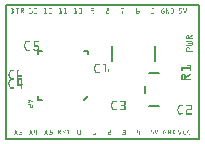
<source format=gto>
G04 MADE WITH FRITZING*
G04 WWW.FRITZING.ORG*
G04 DOUBLE SIDED*
G04 HOLES PLATED*
G04 CONTOUR ON CENTER OF CONTOUR VECTOR*
%ASAXBY*%
%FSLAX23Y23*%
%MOIN*%
%OFA0B0*%
%SFA1.0B1.0*%
%ADD10R,0.649606X0.456693X0.633606X0.440693*%
%ADD11C,0.008000*%
%ADD12C,0.005865*%
%ADD13R,0.001000X0.001000*%
%LNSILK1*%
G90*
G70*
G54D11*
X4Y453D02*
X646Y453D01*
X646Y4D01*
X4Y4D01*
X4Y453D01*
D02*
X481Y226D02*
X515Y226D01*
D02*
X515Y114D02*
X481Y114D01*
D02*
X466Y159D02*
X466Y181D01*
D02*
X357Y265D02*
X357Y316D01*
D02*
X499Y316D02*
X499Y265D01*
G54D12*
D02*
X123Y300D02*
X111Y300D01*
D02*
X111Y288D02*
X111Y300D01*
D02*
X265Y300D02*
X277Y300D01*
D02*
X277Y300D02*
X277Y288D01*
D02*
X111Y148D02*
X111Y136D01*
D02*
X111Y136D02*
X123Y136D01*
D02*
X265Y136D02*
X277Y148D01*
G54D13*
X22Y441D02*
X27Y441D01*
X37Y441D02*
X47Y441D01*
X54Y441D02*
X62Y441D01*
X581Y441D02*
X588Y441D01*
X596Y441D02*
X596Y441D01*
X605Y441D02*
X605Y441D01*
X21Y440D02*
X28Y440D01*
X37Y440D02*
X48Y440D01*
X54Y440D02*
X63Y440D01*
X82Y440D02*
X87Y440D01*
X98Y440D02*
X107Y440D01*
X131Y440D02*
X136Y440D01*
X147Y440D02*
X156Y440D01*
X181Y440D02*
X186Y440D01*
X197Y440D02*
X202Y440D01*
X230Y440D02*
X236Y440D01*
X247Y440D02*
X255Y440D01*
X287Y440D02*
X297Y440D01*
X341Y440D02*
X346Y440D01*
X388Y440D02*
X398Y440D01*
X438Y440D02*
X441Y440D01*
X490Y440D02*
X498Y440D01*
X526Y440D02*
X531Y440D01*
X538Y440D02*
X540Y440D01*
X547Y440D02*
X548Y440D01*
X554Y440D02*
X560Y440D01*
X581Y440D02*
X589Y440D01*
X595Y440D02*
X596Y440D01*
X604Y440D02*
X605Y440D01*
X23Y439D02*
X29Y439D01*
X37Y439D02*
X39Y439D01*
X41Y439D02*
X44Y439D01*
X46Y439D02*
X48Y439D01*
X54Y439D02*
X55Y439D01*
X61Y439D02*
X63Y439D01*
X82Y439D02*
X87Y439D01*
X98Y439D02*
X108Y439D01*
X131Y439D02*
X136Y439D01*
X147Y439D02*
X157Y439D01*
X181Y439D02*
X186Y439D01*
X197Y439D02*
X202Y439D01*
X230Y439D02*
X236Y439D01*
X246Y439D02*
X256Y439D01*
X287Y439D02*
X297Y439D01*
X340Y439D02*
X346Y439D01*
X388Y439D02*
X398Y439D01*
X438Y439D02*
X440Y439D01*
X490Y439D02*
X497Y439D01*
X525Y439D02*
X531Y439D01*
X538Y439D02*
X540Y439D01*
X546Y439D02*
X548Y439D01*
X554Y439D02*
X561Y439D01*
X581Y439D02*
X588Y439D01*
X595Y439D02*
X596Y439D01*
X604Y439D02*
X605Y439D01*
X23Y438D02*
X25Y438D01*
X28Y438D02*
X29Y438D01*
X37Y438D02*
X38Y438D01*
X42Y438D02*
X43Y438D01*
X46Y438D02*
X47Y438D01*
X54Y438D02*
X55Y438D01*
X62Y438D02*
X64Y438D01*
X86Y438D02*
X87Y438D01*
X106Y438D02*
X108Y438D01*
X135Y438D02*
X136Y438D01*
X156Y438D02*
X157Y438D01*
X185Y438D02*
X186Y438D01*
X201Y438D02*
X202Y438D01*
X234Y438D02*
X236Y438D01*
X246Y438D02*
X248Y438D01*
X255Y438D02*
X256Y438D01*
X287Y438D02*
X288Y438D01*
X296Y438D02*
X297Y438D01*
X340Y438D02*
X342Y438D01*
X345Y438D02*
X346Y438D01*
X388Y438D02*
X388Y438D01*
X397Y438D02*
X398Y438D01*
X438Y438D02*
X440Y438D01*
X490Y438D02*
X491Y438D01*
X524Y438D02*
X526Y438D01*
X538Y438D02*
X541Y438D01*
X546Y438D02*
X548Y438D01*
X556Y438D02*
X557Y438D01*
X560Y438D02*
X562Y438D01*
X581Y438D02*
X582Y438D01*
X595Y438D02*
X596Y438D01*
X604Y438D02*
X605Y438D01*
X23Y437D02*
X25Y437D01*
X28Y437D02*
X30Y437D01*
X42Y437D02*
X43Y437D01*
X54Y437D02*
X55Y437D01*
X62Y437D02*
X64Y437D01*
X86Y437D02*
X87Y437D01*
X106Y437D02*
X108Y437D01*
X135Y437D02*
X136Y437D01*
X156Y437D02*
X157Y437D01*
X185Y437D02*
X186Y437D01*
X201Y437D02*
X202Y437D01*
X234Y437D02*
X236Y437D01*
X246Y437D02*
X247Y437D01*
X255Y437D02*
X256Y437D01*
X287Y437D02*
X288Y437D01*
X296Y437D02*
X297Y437D01*
X340Y437D02*
X342Y437D01*
X345Y437D02*
X346Y437D01*
X397Y437D02*
X398Y437D01*
X438Y437D02*
X440Y437D01*
X490Y437D02*
X491Y437D01*
X524Y437D02*
X525Y437D01*
X538Y437D02*
X541Y437D01*
X546Y437D02*
X548Y437D01*
X556Y437D02*
X557Y437D01*
X560Y437D02*
X562Y437D01*
X581Y437D02*
X582Y437D01*
X595Y437D02*
X596Y437D01*
X604Y437D02*
X605Y437D01*
X23Y436D02*
X25Y436D01*
X29Y436D02*
X30Y436D01*
X42Y436D02*
X43Y436D01*
X54Y436D02*
X55Y436D01*
X62Y436D02*
X64Y436D01*
X86Y436D02*
X87Y436D01*
X106Y436D02*
X108Y436D01*
X135Y436D02*
X136Y436D01*
X156Y436D02*
X157Y436D01*
X185Y436D02*
X186Y436D01*
X201Y436D02*
X202Y436D01*
X234Y436D02*
X236Y436D01*
X246Y436D02*
X247Y436D01*
X255Y436D02*
X256Y436D01*
X287Y436D02*
X288Y436D01*
X296Y436D02*
X297Y436D01*
X340Y436D02*
X342Y436D01*
X345Y436D02*
X346Y436D01*
X397Y436D02*
X398Y436D01*
X438Y436D02*
X440Y436D01*
X490Y436D02*
X491Y436D01*
X523Y436D02*
X525Y436D01*
X538Y436D02*
X542Y436D01*
X546Y436D02*
X548Y436D01*
X556Y436D02*
X557Y436D01*
X561Y436D02*
X563Y436D01*
X581Y436D02*
X582Y436D01*
X595Y436D02*
X597Y436D01*
X604Y436D02*
X605Y436D01*
X23Y435D02*
X25Y435D01*
X29Y435D02*
X31Y435D01*
X42Y435D02*
X43Y435D01*
X54Y435D02*
X63Y435D01*
X86Y435D02*
X87Y435D01*
X106Y435D02*
X108Y435D01*
X135Y435D02*
X136Y435D01*
X156Y435D02*
X157Y435D01*
X185Y435D02*
X186Y435D01*
X201Y435D02*
X202Y435D01*
X234Y435D02*
X236Y435D01*
X246Y435D02*
X247Y435D01*
X255Y435D02*
X256Y435D01*
X287Y435D02*
X297Y435D01*
X340Y435D02*
X342Y435D01*
X345Y435D02*
X346Y435D01*
X397Y435D02*
X398Y435D01*
X438Y435D02*
X440Y435D01*
X490Y435D02*
X491Y435D01*
X522Y435D02*
X524Y435D01*
X538Y435D02*
X539Y435D01*
X541Y435D02*
X542Y435D01*
X546Y435D02*
X548Y435D01*
X556Y435D02*
X557Y435D01*
X561Y435D02*
X563Y435D01*
X581Y435D02*
X582Y435D01*
X596Y435D02*
X597Y435D01*
X603Y435D02*
X605Y435D01*
X23Y434D02*
X25Y434D01*
X30Y434D02*
X31Y434D01*
X42Y434D02*
X43Y434D01*
X54Y434D02*
X62Y434D01*
X86Y434D02*
X87Y434D01*
X106Y434D02*
X108Y434D01*
X135Y434D02*
X136Y434D01*
X156Y434D02*
X157Y434D01*
X185Y434D02*
X186Y434D01*
X201Y434D02*
X202Y434D01*
X234Y434D02*
X236Y434D01*
X246Y434D02*
X247Y434D01*
X255Y434D02*
X256Y434D01*
X287Y434D02*
X297Y434D01*
X340Y434D02*
X342Y434D01*
X345Y434D02*
X346Y434D01*
X396Y434D02*
X398Y434D01*
X438Y434D02*
X440Y434D01*
X490Y434D02*
X491Y434D01*
X522Y434D02*
X523Y434D01*
X538Y434D02*
X539Y434D01*
X541Y434D02*
X543Y434D01*
X546Y434D02*
X548Y434D01*
X556Y434D02*
X557Y434D01*
X562Y434D02*
X563Y434D01*
X581Y434D02*
X583Y434D01*
X596Y434D02*
X597Y434D01*
X603Y434D02*
X605Y434D01*
X23Y433D02*
X25Y433D01*
X30Y433D02*
X31Y433D01*
X42Y433D02*
X43Y433D01*
X54Y433D02*
X55Y433D01*
X57Y433D02*
X59Y433D01*
X86Y433D02*
X87Y433D01*
X100Y433D02*
X107Y433D01*
X135Y433D02*
X136Y433D01*
X149Y433D02*
X157Y433D01*
X185Y433D02*
X186Y433D01*
X201Y433D02*
X202Y433D01*
X234Y433D02*
X236Y433D01*
X246Y433D02*
X247Y433D01*
X255Y433D02*
X256Y433D01*
X288Y433D02*
X297Y433D01*
X340Y433D02*
X342Y433D01*
X345Y433D02*
X346Y433D01*
X395Y433D02*
X397Y433D01*
X438Y433D02*
X440Y433D01*
X490Y433D02*
X496Y433D01*
X521Y433D02*
X523Y433D01*
X538Y433D02*
X539Y433D01*
X541Y433D02*
X543Y433D01*
X546Y433D02*
X548Y433D01*
X556Y433D02*
X557Y433D01*
X562Y433D02*
X564Y433D01*
X581Y433D02*
X588Y433D01*
X596Y433D02*
X598Y433D01*
X603Y433D02*
X604Y433D01*
X23Y432D02*
X25Y432D01*
X30Y432D02*
X31Y432D01*
X42Y432D02*
X43Y432D01*
X54Y432D02*
X55Y432D01*
X58Y432D02*
X60Y432D01*
X86Y432D02*
X87Y432D01*
X100Y432D02*
X107Y432D01*
X135Y432D02*
X136Y432D01*
X147Y432D02*
X157Y432D01*
X185Y432D02*
X186Y432D01*
X201Y432D02*
X202Y432D01*
X234Y432D02*
X236Y432D01*
X246Y432D02*
X247Y432D01*
X255Y432D02*
X256Y432D01*
X296Y432D02*
X297Y432D01*
X339Y432D02*
X348Y432D01*
X393Y432D02*
X396Y432D01*
X438Y432D02*
X440Y432D01*
X490Y432D02*
X497Y432D01*
X521Y432D02*
X523Y432D01*
X538Y432D02*
X539Y432D01*
X542Y432D02*
X543Y432D01*
X546Y432D02*
X548Y432D01*
X556Y432D02*
X557Y432D01*
X563Y432D02*
X564Y432D01*
X581Y432D02*
X589Y432D01*
X597Y432D02*
X598Y432D01*
X602Y432D02*
X604Y432D01*
X23Y431D02*
X25Y431D01*
X30Y431D02*
X31Y431D01*
X42Y431D02*
X43Y431D01*
X54Y431D02*
X55Y431D01*
X59Y431D02*
X60Y431D01*
X86Y431D02*
X87Y431D01*
X91Y431D02*
X91Y431D01*
X101Y431D02*
X107Y431D01*
X135Y431D02*
X136Y431D01*
X140Y431D02*
X140Y431D01*
X147Y431D02*
X155Y431D01*
X185Y431D02*
X186Y431D01*
X190Y431D02*
X190Y431D01*
X201Y431D02*
X202Y431D01*
X206Y431D02*
X206Y431D01*
X234Y431D02*
X236Y431D01*
X246Y431D02*
X247Y431D01*
X255Y431D02*
X256Y431D01*
X296Y431D02*
X297Y431D01*
X338Y431D02*
X348Y431D01*
X392Y431D02*
X395Y431D01*
X438Y431D02*
X448Y431D01*
X490Y431D02*
X498Y431D01*
X521Y431D02*
X523Y431D01*
X528Y431D02*
X531Y431D01*
X538Y431D02*
X539Y431D01*
X542Y431D02*
X544Y431D01*
X546Y431D02*
X548Y431D01*
X556Y431D02*
X557Y431D01*
X562Y431D02*
X564Y431D01*
X588Y431D02*
X589Y431D01*
X597Y431D02*
X599Y431D01*
X602Y431D02*
X603Y431D01*
X23Y430D02*
X25Y430D01*
X29Y430D02*
X31Y430D01*
X42Y430D02*
X43Y430D01*
X54Y430D02*
X55Y430D01*
X59Y430D02*
X61Y430D01*
X86Y430D02*
X87Y430D01*
X90Y430D02*
X92Y430D01*
X106Y430D02*
X108Y430D01*
X135Y430D02*
X136Y430D01*
X140Y430D02*
X141Y430D01*
X147Y430D02*
X148Y430D01*
X185Y430D02*
X186Y430D01*
X189Y430D02*
X191Y430D01*
X201Y430D02*
X202Y430D01*
X206Y430D02*
X207Y430D01*
X234Y430D02*
X236Y430D01*
X239Y430D02*
X240Y430D01*
X246Y430D02*
X247Y430D01*
X255Y430D02*
X256Y430D01*
X296Y430D02*
X297Y430D01*
X338Y430D02*
X340Y430D01*
X347Y430D02*
X348Y430D01*
X392Y430D02*
X394Y430D01*
X438Y430D02*
X449Y430D01*
X496Y430D02*
X498Y430D01*
X521Y430D02*
X523Y430D01*
X527Y430D02*
X532Y430D01*
X538Y430D02*
X539Y430D01*
X543Y430D02*
X544Y430D01*
X546Y430D02*
X548Y430D01*
X556Y430D02*
X557Y430D01*
X562Y430D02*
X563Y430D01*
X588Y430D02*
X589Y430D01*
X597Y430D02*
X599Y430D01*
X602Y430D02*
X603Y430D01*
X23Y429D02*
X25Y429D01*
X29Y429D02*
X30Y429D01*
X42Y429D02*
X43Y429D01*
X54Y429D02*
X55Y429D01*
X60Y429D02*
X61Y429D01*
X86Y429D02*
X87Y429D01*
X90Y429D02*
X92Y429D01*
X106Y429D02*
X108Y429D01*
X135Y429D02*
X136Y429D01*
X140Y429D02*
X141Y429D01*
X147Y429D02*
X148Y429D01*
X185Y429D02*
X186Y429D01*
X189Y429D02*
X191Y429D01*
X201Y429D02*
X202Y429D01*
X206Y429D02*
X207Y429D01*
X234Y429D02*
X236Y429D01*
X239Y429D02*
X240Y429D01*
X246Y429D02*
X247Y429D01*
X255Y429D02*
X256Y429D01*
X296Y429D02*
X297Y429D01*
X338Y429D02*
X340Y429D01*
X347Y429D02*
X348Y429D01*
X392Y429D02*
X393Y429D01*
X438Y429D02*
X440Y429D01*
X447Y429D02*
X449Y429D01*
X496Y429D02*
X498Y429D01*
X521Y429D02*
X523Y429D01*
X528Y429D02*
X532Y429D01*
X538Y429D02*
X539Y429D01*
X543Y429D02*
X548Y429D01*
X556Y429D02*
X557Y429D01*
X561Y429D02*
X563Y429D01*
X588Y429D02*
X589Y429D01*
X598Y429D02*
X599Y429D01*
X601Y429D02*
X603Y429D01*
X23Y428D02*
X25Y428D01*
X28Y428D02*
X30Y428D01*
X42Y428D02*
X43Y428D01*
X54Y428D02*
X55Y428D01*
X60Y428D02*
X62Y428D01*
X86Y428D02*
X87Y428D01*
X90Y428D02*
X92Y428D01*
X106Y428D02*
X108Y428D01*
X135Y428D02*
X136Y428D01*
X140Y428D02*
X141Y428D01*
X147Y428D02*
X148Y428D01*
X185Y428D02*
X186Y428D01*
X189Y428D02*
X191Y428D01*
X201Y428D02*
X202Y428D01*
X206Y428D02*
X207Y428D01*
X234Y428D02*
X236Y428D01*
X239Y428D02*
X240Y428D01*
X246Y428D02*
X247Y428D01*
X255Y428D02*
X256Y428D01*
X296Y428D02*
X297Y428D01*
X338Y428D02*
X340Y428D01*
X347Y428D02*
X348Y428D01*
X392Y428D02*
X393Y428D01*
X438Y428D02*
X440Y428D01*
X447Y428D02*
X449Y428D01*
X496Y428D02*
X498Y428D01*
X521Y428D02*
X523Y428D01*
X530Y428D02*
X532Y428D01*
X538Y428D02*
X539Y428D01*
X544Y428D02*
X548Y428D01*
X556Y428D02*
X557Y428D01*
X561Y428D02*
X563Y428D01*
X588Y428D02*
X589Y428D01*
X598Y428D02*
X602Y428D01*
X23Y427D02*
X25Y427D01*
X28Y427D02*
X29Y427D01*
X42Y427D02*
X43Y427D01*
X54Y427D02*
X55Y427D01*
X61Y427D02*
X63Y427D01*
X86Y427D02*
X87Y427D01*
X90Y427D02*
X92Y427D01*
X106Y427D02*
X108Y427D01*
X135Y427D02*
X136Y427D01*
X140Y427D02*
X141Y427D01*
X147Y427D02*
X148Y427D01*
X185Y427D02*
X186Y427D01*
X189Y427D02*
X191Y427D01*
X201Y427D02*
X202Y427D01*
X206Y427D02*
X207Y427D01*
X234Y427D02*
X236Y427D01*
X239Y427D02*
X240Y427D01*
X246Y427D02*
X247Y427D01*
X255Y427D02*
X256Y427D01*
X296Y427D02*
X297Y427D01*
X338Y427D02*
X340Y427D01*
X347Y427D02*
X348Y427D01*
X392Y427D02*
X393Y427D01*
X438Y427D02*
X440Y427D01*
X447Y427D02*
X449Y427D01*
X496Y427D02*
X498Y427D01*
X521Y427D02*
X523Y427D01*
X530Y427D02*
X532Y427D01*
X538Y427D02*
X539Y427D01*
X544Y427D02*
X548Y427D01*
X556Y427D02*
X557Y427D01*
X560Y427D02*
X562Y427D01*
X588Y427D02*
X589Y427D01*
X599Y427D02*
X602Y427D01*
X22Y426D02*
X29Y426D01*
X42Y426D02*
X43Y426D01*
X54Y426D02*
X55Y426D01*
X62Y426D02*
X63Y426D01*
X86Y426D02*
X87Y426D01*
X90Y426D02*
X92Y426D01*
X106Y426D02*
X108Y426D01*
X135Y426D02*
X136Y426D01*
X140Y426D02*
X141Y426D01*
X147Y426D02*
X148Y426D01*
X185Y426D02*
X186Y426D01*
X189Y426D02*
X191Y426D01*
X201Y426D02*
X202Y426D01*
X205Y426D02*
X207Y426D01*
X234Y426D02*
X236Y426D01*
X239Y426D02*
X240Y426D01*
X246Y426D02*
X247Y426D01*
X255Y426D02*
X256Y426D01*
X296Y426D02*
X297Y426D01*
X338Y426D02*
X340Y426D01*
X347Y426D02*
X348Y426D01*
X392Y426D02*
X393Y426D01*
X438Y426D02*
X440Y426D01*
X447Y426D02*
X449Y426D01*
X488Y426D02*
X489Y426D01*
X496Y426D02*
X498Y426D01*
X522Y426D02*
X523Y426D01*
X530Y426D02*
X531Y426D01*
X538Y426D02*
X539Y426D01*
X545Y426D02*
X548Y426D01*
X556Y426D02*
X557Y426D01*
X560Y426D02*
X562Y426D01*
X579Y426D02*
X582Y426D01*
X587Y426D02*
X589Y426D01*
X599Y426D02*
X601Y426D01*
X21Y425D02*
X28Y425D01*
X42Y425D02*
X43Y425D01*
X54Y425D02*
X55Y425D01*
X62Y425D02*
X64Y425D01*
X82Y425D02*
X92Y425D01*
X98Y425D02*
X108Y425D01*
X131Y425D02*
X141Y425D01*
X147Y425D02*
X157Y425D01*
X181Y425D02*
X191Y425D01*
X197Y425D02*
X207Y425D01*
X231Y425D02*
X240Y425D01*
X246Y425D02*
X256Y425D01*
X295Y425D02*
X297Y425D01*
X338Y425D02*
X348Y425D01*
X392Y425D02*
X393Y425D01*
X438Y425D02*
X449Y425D01*
X488Y425D02*
X498Y425D01*
X522Y425D02*
X531Y425D01*
X538Y425D02*
X539Y425D01*
X545Y425D02*
X548Y425D01*
X554Y425D02*
X561Y425D01*
X579Y425D02*
X589Y425D01*
X599Y425D02*
X601Y425D01*
X22Y424D02*
X27Y424D01*
X42Y424D02*
X42Y424D01*
X54Y424D02*
X54Y424D01*
X63Y424D02*
X63Y424D01*
X82Y424D02*
X91Y424D01*
X98Y424D02*
X107Y424D01*
X131Y424D02*
X141Y424D01*
X147Y424D02*
X157Y424D01*
X181Y424D02*
X190Y424D01*
X197Y424D02*
X207Y424D01*
X230Y424D02*
X240Y424D01*
X247Y424D02*
X256Y424D01*
X295Y424D02*
X297Y424D01*
X339Y424D02*
X348Y424D01*
X392Y424D02*
X393Y424D01*
X439Y424D02*
X448Y424D01*
X489Y424D02*
X497Y424D01*
X523Y424D02*
X530Y424D01*
X538Y424D02*
X539Y424D01*
X545Y424D02*
X548Y424D01*
X554Y424D02*
X560Y424D01*
X581Y424D02*
X588Y424D01*
X600Y424D02*
X600Y424D01*
X231Y423D02*
X239Y423D01*
X248Y423D02*
X254Y423D01*
X341Y423D02*
X346Y423D01*
X607Y351D02*
X612Y351D01*
X624Y351D02*
X626Y351D01*
X606Y350D02*
X613Y350D01*
X622Y350D02*
X626Y350D01*
X605Y349D02*
X614Y349D01*
X621Y349D02*
X626Y349D01*
X605Y348D02*
X607Y348D01*
X612Y348D02*
X614Y348D01*
X619Y348D02*
X624Y348D01*
X605Y347D02*
X607Y347D01*
X612Y347D02*
X614Y347D01*
X617Y347D02*
X622Y347D01*
X605Y346D02*
X607Y346D01*
X612Y346D02*
X620Y346D01*
X605Y345D02*
X607Y345D01*
X612Y345D02*
X619Y345D01*
X605Y344D02*
X607Y344D01*
X612Y344D02*
X617Y344D01*
X605Y343D02*
X607Y343D01*
X612Y343D02*
X615Y343D01*
X605Y342D02*
X607Y342D01*
X612Y342D02*
X614Y342D01*
X605Y341D02*
X607Y341D01*
X612Y341D02*
X614Y341D01*
X605Y340D02*
X626Y340D01*
X605Y339D02*
X626Y339D01*
X605Y338D02*
X626Y338D01*
X73Y332D02*
X81Y332D01*
X98Y332D02*
X111Y332D01*
X70Y331D02*
X83Y331D01*
X97Y331D02*
X113Y331D01*
X69Y330D02*
X83Y330D01*
X97Y330D02*
X113Y330D01*
X605Y330D02*
X624Y330D01*
X69Y329D02*
X83Y329D01*
X97Y329D02*
X113Y329D01*
X605Y329D02*
X626Y329D01*
X68Y328D02*
X81Y328D01*
X97Y328D02*
X111Y328D01*
X623Y328D02*
X626Y328D01*
X68Y327D02*
X71Y327D01*
X97Y327D02*
X100Y327D01*
X624Y327D02*
X626Y327D01*
X67Y326D02*
X71Y326D01*
X97Y326D02*
X100Y326D01*
X624Y326D02*
X626Y326D01*
X67Y325D02*
X70Y325D01*
X97Y325D02*
X100Y325D01*
X613Y325D02*
X626Y325D01*
X66Y324D02*
X70Y324D01*
X97Y324D02*
X100Y324D01*
X612Y324D02*
X626Y324D01*
X66Y323D02*
X69Y323D01*
X97Y323D02*
X100Y323D01*
X613Y323D02*
X626Y323D01*
X65Y322D02*
X69Y322D01*
X97Y322D02*
X100Y322D01*
X623Y322D02*
X626Y322D01*
X65Y321D02*
X68Y321D01*
X97Y321D02*
X100Y321D01*
X624Y321D02*
X626Y321D01*
X64Y320D02*
X68Y320D01*
X97Y320D02*
X100Y320D01*
X624Y320D02*
X626Y320D01*
X64Y319D02*
X67Y319D01*
X97Y319D02*
X100Y319D01*
X605Y319D02*
X626Y319D01*
X63Y318D02*
X67Y318D01*
X97Y318D02*
X109Y318D01*
X605Y318D02*
X625Y318D01*
X63Y317D02*
X67Y317D01*
X97Y317D02*
X111Y317D01*
X605Y317D02*
X624Y317D01*
X63Y316D02*
X66Y316D01*
X97Y316D02*
X112Y316D01*
X63Y315D02*
X66Y315D01*
X97Y315D02*
X113Y315D01*
X63Y314D02*
X67Y314D01*
X98Y314D02*
X113Y314D01*
X64Y313D02*
X67Y313D01*
X110Y313D02*
X113Y313D01*
X64Y312D02*
X68Y312D01*
X110Y312D02*
X113Y312D01*
X64Y311D02*
X68Y311D01*
X110Y311D02*
X113Y311D01*
X65Y310D02*
X69Y310D01*
X110Y310D02*
X113Y310D01*
X608Y310D02*
X614Y310D01*
X65Y309D02*
X69Y309D01*
X110Y309D02*
X113Y309D01*
X606Y309D02*
X616Y309D01*
X66Y308D02*
X70Y308D01*
X110Y308D02*
X113Y308D01*
X606Y308D02*
X617Y308D01*
X66Y307D02*
X70Y307D01*
X110Y307D02*
X113Y307D01*
X605Y307D02*
X608Y307D01*
X615Y307D02*
X618Y307D01*
X67Y306D02*
X71Y306D01*
X110Y306D02*
X113Y306D01*
X605Y306D02*
X607Y306D01*
X616Y306D02*
X618Y306D01*
X67Y305D02*
X71Y305D01*
X94Y305D02*
X96Y305D01*
X110Y305D02*
X113Y305D01*
X605Y305D02*
X607Y305D01*
X616Y305D02*
X618Y305D01*
X68Y304D02*
X73Y304D01*
X93Y304D02*
X99Y304D01*
X109Y304D02*
X113Y304D01*
X605Y304D02*
X607Y304D01*
X616Y304D02*
X618Y304D01*
X69Y303D02*
X82Y303D01*
X93Y303D02*
X113Y303D01*
X605Y303D02*
X607Y303D01*
X616Y303D02*
X618Y303D01*
X69Y302D02*
X83Y302D01*
X94Y302D02*
X112Y302D01*
X605Y302D02*
X607Y302D01*
X616Y302D02*
X618Y302D01*
X70Y301D02*
X83Y301D01*
X96Y301D02*
X112Y301D01*
X605Y301D02*
X607Y301D01*
X616Y301D02*
X618Y301D01*
X72Y300D02*
X82Y300D01*
X98Y300D02*
X110Y300D01*
X605Y300D02*
X607Y300D01*
X616Y300D02*
X618Y300D01*
X605Y299D02*
X607Y299D01*
X616Y299D02*
X618Y299D01*
X605Y298D02*
X626Y298D01*
X605Y297D02*
X626Y297D01*
X605Y296D02*
X625Y296D01*
X304Y256D02*
X316Y256D01*
X327Y256D02*
X338Y256D01*
X303Y255D02*
X316Y255D01*
X326Y255D02*
X338Y255D01*
X302Y254D02*
X316Y254D01*
X327Y254D02*
X338Y254D01*
X302Y253D02*
X315Y253D01*
X327Y253D02*
X338Y253D01*
X301Y252D02*
X305Y252D01*
X335Y252D02*
X338Y252D01*
X607Y252D02*
X619Y252D01*
X301Y251D02*
X304Y251D01*
X335Y251D02*
X338Y251D01*
X607Y251D02*
X620Y251D01*
X300Y250D02*
X304Y250D01*
X335Y250D02*
X338Y250D01*
X606Y250D02*
X620Y250D01*
X300Y249D02*
X303Y249D01*
X335Y249D02*
X338Y249D01*
X607Y249D02*
X620Y249D01*
X299Y248D02*
X303Y248D01*
X335Y248D02*
X338Y248D01*
X617Y248D02*
X620Y248D01*
X299Y247D02*
X302Y247D01*
X335Y247D02*
X338Y247D01*
X617Y247D02*
X620Y247D01*
X298Y246D02*
X302Y246D01*
X335Y246D02*
X338Y246D01*
X617Y246D02*
X620Y246D01*
X298Y245D02*
X301Y245D01*
X335Y245D02*
X338Y245D01*
X617Y245D02*
X620Y245D01*
X297Y244D02*
X301Y244D01*
X335Y244D02*
X338Y244D01*
X589Y244D02*
X620Y244D01*
X297Y243D02*
X300Y243D01*
X335Y243D02*
X338Y243D01*
X589Y243D02*
X620Y243D01*
X297Y242D02*
X300Y242D01*
X335Y242D02*
X338Y242D01*
X589Y242D02*
X620Y242D01*
X296Y241D02*
X300Y241D01*
X335Y241D02*
X338Y241D01*
X589Y241D02*
X620Y241D01*
X296Y240D02*
X300Y240D01*
X335Y240D02*
X338Y240D01*
X589Y240D02*
X620Y240D01*
X297Y239D02*
X300Y239D01*
X335Y239D02*
X338Y239D01*
X589Y239D02*
X592Y239D01*
X617Y239D02*
X620Y239D01*
X297Y238D02*
X300Y238D01*
X335Y238D02*
X338Y238D01*
X343Y238D02*
X346Y238D01*
X589Y238D02*
X592Y238D01*
X617Y238D02*
X620Y238D01*
X297Y237D02*
X301Y237D01*
X335Y237D02*
X338Y237D01*
X343Y237D02*
X346Y237D01*
X589Y237D02*
X592Y237D01*
X617Y237D02*
X620Y237D01*
X298Y236D02*
X301Y236D01*
X335Y236D02*
X338Y236D01*
X343Y236D02*
X346Y236D01*
X589Y236D02*
X592Y236D01*
X617Y236D02*
X620Y236D01*
X20Y235D02*
X20Y235D01*
X298Y235D02*
X302Y235D01*
X335Y235D02*
X338Y235D01*
X343Y235D02*
X346Y235D01*
X589Y235D02*
X592Y235D01*
X617Y235D02*
X620Y235D01*
X18Y234D02*
X31Y234D01*
X41Y234D02*
X46Y234D01*
X299Y234D02*
X302Y234D01*
X335Y234D02*
X338Y234D01*
X343Y234D02*
X346Y234D01*
X589Y234D02*
X592Y234D01*
X617Y234D02*
X620Y234D01*
X17Y233D02*
X31Y233D01*
X41Y233D02*
X46Y233D01*
X299Y233D02*
X303Y233D01*
X335Y233D02*
X338Y233D01*
X343Y233D02*
X346Y233D01*
X589Y233D02*
X592Y233D01*
X617Y233D02*
X620Y233D01*
X17Y232D02*
X30Y232D01*
X41Y232D02*
X46Y232D01*
X300Y232D02*
X303Y232D01*
X335Y232D02*
X338Y232D01*
X343Y232D02*
X346Y232D01*
X590Y232D02*
X591Y232D01*
X618Y232D02*
X619Y232D01*
X16Y231D02*
X20Y231D01*
X41Y231D02*
X45Y231D01*
X300Y231D02*
X304Y231D01*
X335Y231D02*
X338Y231D01*
X343Y231D02*
X346Y231D01*
X16Y230D02*
X19Y230D01*
X41Y230D02*
X44Y230D01*
X301Y230D02*
X304Y230D01*
X335Y230D02*
X338Y230D01*
X343Y230D02*
X346Y230D01*
X15Y229D02*
X19Y229D01*
X41Y229D02*
X44Y229D01*
X301Y229D02*
X305Y229D01*
X335Y229D02*
X338Y229D01*
X343Y229D02*
X346Y229D01*
X15Y228D02*
X18Y228D01*
X41Y228D02*
X44Y228D01*
X302Y228D02*
X315Y228D01*
X327Y228D02*
X346Y228D01*
X14Y227D02*
X18Y227D01*
X41Y227D02*
X44Y227D01*
X302Y227D02*
X316Y227D01*
X14Y226D02*
X17Y226D01*
X41Y226D02*
X44Y226D01*
X303Y226D02*
X316Y226D01*
X13Y225D02*
X17Y225D01*
X41Y225D02*
X44Y225D01*
X304Y225D02*
X316Y225D01*
X13Y224D02*
X16Y224D01*
X41Y224D02*
X44Y224D01*
X12Y223D02*
X16Y223D01*
X41Y223D02*
X44Y223D01*
X12Y222D02*
X15Y222D01*
X41Y222D02*
X44Y222D01*
X593Y222D02*
X598Y222D01*
X618Y222D02*
X619Y222D01*
X12Y221D02*
X15Y221D01*
X41Y221D02*
X44Y221D01*
X591Y221D02*
X600Y221D01*
X616Y221D02*
X620Y221D01*
X11Y220D02*
X15Y220D01*
X41Y220D02*
X44Y220D01*
X590Y220D02*
X601Y220D01*
X614Y220D02*
X620Y220D01*
X11Y219D02*
X15Y219D01*
X41Y219D02*
X44Y219D01*
X590Y219D02*
X602Y219D01*
X613Y219D02*
X620Y219D01*
X11Y218D02*
X15Y218D01*
X41Y218D02*
X45Y218D01*
X589Y218D02*
X593Y218D01*
X598Y218D02*
X602Y218D01*
X611Y218D02*
X618Y218D01*
X12Y217D02*
X15Y217D01*
X41Y217D02*
X55Y217D01*
X589Y217D02*
X592Y217D01*
X599Y217D02*
X602Y217D01*
X609Y217D02*
X617Y217D01*
X12Y216D02*
X15Y216D01*
X41Y216D02*
X55Y216D01*
X589Y216D02*
X592Y216D01*
X599Y216D02*
X602Y216D01*
X608Y216D02*
X615Y216D01*
X12Y215D02*
X16Y215D01*
X41Y215D02*
X55Y215D01*
X589Y215D02*
X592Y215D01*
X599Y215D02*
X603Y215D01*
X606Y215D02*
X613Y215D01*
X13Y214D02*
X17Y214D01*
X41Y214D02*
X55Y214D01*
X589Y214D02*
X592Y214D01*
X599Y214D02*
X612Y214D01*
X13Y213D02*
X17Y213D01*
X41Y213D02*
X44Y213D01*
X589Y213D02*
X592Y213D01*
X599Y213D02*
X610Y213D01*
X14Y212D02*
X18Y212D01*
X41Y212D02*
X44Y212D01*
X589Y212D02*
X592Y212D01*
X599Y212D02*
X608Y212D01*
X14Y211D02*
X18Y211D01*
X41Y211D02*
X44Y211D01*
X589Y211D02*
X592Y211D01*
X599Y211D02*
X606Y211D01*
X15Y210D02*
X19Y210D01*
X41Y210D02*
X44Y210D01*
X589Y210D02*
X592Y210D01*
X599Y210D02*
X605Y210D01*
X15Y209D02*
X19Y209D01*
X41Y209D02*
X44Y209D01*
X589Y209D02*
X592Y209D01*
X599Y209D02*
X603Y209D01*
X16Y208D02*
X20Y208D01*
X41Y208D02*
X44Y208D01*
X589Y208D02*
X592Y208D01*
X599Y208D02*
X603Y208D01*
X16Y207D02*
X30Y207D01*
X41Y207D02*
X55Y207D01*
X589Y207D02*
X592Y207D01*
X599Y207D02*
X603Y207D01*
X17Y206D02*
X31Y206D01*
X41Y206D02*
X55Y206D01*
X589Y206D02*
X592Y206D01*
X599Y206D02*
X603Y206D01*
X18Y205D02*
X31Y205D01*
X41Y205D02*
X55Y205D01*
X589Y205D02*
X620Y205D01*
X18Y204D02*
X31Y204D01*
X42Y204D02*
X55Y204D01*
X589Y204D02*
X620Y204D01*
X17Y203D02*
X31Y203D01*
X42Y203D02*
X45Y203D01*
X589Y203D02*
X620Y203D01*
X16Y202D02*
X30Y202D01*
X42Y202D02*
X45Y202D01*
X589Y202D02*
X619Y202D01*
X16Y201D02*
X20Y201D01*
X42Y201D02*
X45Y201D01*
X55Y201D02*
X55Y201D01*
X15Y200D02*
X19Y200D01*
X42Y200D02*
X45Y200D01*
X55Y200D02*
X55Y200D01*
X15Y199D02*
X19Y199D01*
X42Y199D02*
X45Y199D01*
X55Y199D02*
X55Y199D01*
X14Y198D02*
X18Y198D01*
X42Y198D02*
X45Y198D01*
X55Y198D02*
X55Y198D01*
X14Y197D02*
X18Y197D01*
X42Y197D02*
X45Y197D01*
X55Y197D02*
X55Y197D01*
X13Y196D02*
X17Y196D01*
X42Y196D02*
X45Y196D01*
X55Y196D02*
X55Y196D01*
X13Y195D02*
X17Y195D01*
X42Y195D02*
X45Y195D01*
X55Y195D02*
X55Y195D01*
X12Y194D02*
X16Y194D01*
X42Y194D02*
X45Y194D01*
X55Y194D02*
X55Y194D01*
X12Y193D02*
X16Y193D01*
X42Y193D02*
X45Y193D01*
X55Y193D02*
X58Y193D01*
X12Y192D02*
X15Y192D01*
X42Y192D02*
X45Y192D01*
X55Y192D02*
X58Y192D01*
X11Y191D02*
X15Y191D01*
X42Y191D02*
X45Y191D01*
X55Y191D02*
X58Y191D01*
X11Y190D02*
X14Y190D01*
X42Y190D02*
X45Y190D01*
X55Y190D02*
X58Y190D01*
X11Y189D02*
X14Y189D01*
X42Y189D02*
X45Y189D01*
X55Y189D02*
X58Y189D01*
X11Y188D02*
X15Y188D01*
X42Y188D02*
X46Y188D01*
X54Y188D02*
X58Y188D01*
X12Y187D02*
X15Y187D01*
X42Y187D02*
X59Y187D01*
X12Y186D02*
X15Y186D01*
X42Y186D02*
X60Y186D01*
X12Y185D02*
X16Y185D01*
X42Y185D02*
X59Y185D01*
X13Y184D02*
X16Y184D01*
X42Y184D02*
X58Y184D01*
X13Y183D02*
X17Y183D01*
X55Y183D02*
X58Y183D01*
X14Y182D02*
X17Y182D01*
X55Y182D02*
X57Y182D01*
X14Y181D02*
X18Y181D01*
X55Y181D02*
X57Y181D01*
X15Y180D02*
X18Y180D01*
X55Y180D02*
X56Y180D01*
X15Y179D02*
X19Y179D01*
X55Y179D02*
X56Y179D01*
X16Y178D02*
X20Y178D01*
X55Y178D02*
X56Y178D01*
X16Y177D02*
X30Y177D01*
X55Y177D02*
X56Y177D01*
X17Y176D02*
X31Y176D01*
X55Y176D02*
X56Y176D01*
X18Y175D02*
X31Y175D01*
X55Y175D02*
X56Y175D01*
X19Y174D02*
X30Y174D01*
X55Y174D02*
X56Y174D01*
X77Y136D02*
X79Y136D01*
X77Y135D02*
X82Y135D01*
X79Y134D02*
X86Y134D01*
X81Y133D02*
X89Y133D01*
X362Y133D02*
X371Y133D01*
X384Y133D02*
X400Y133D01*
X81Y132D02*
X82Y132D01*
X85Y132D02*
X92Y132D01*
X360Y132D02*
X372Y132D01*
X383Y132D02*
X401Y132D01*
X81Y131D02*
X82Y131D01*
X89Y131D02*
X93Y131D01*
X359Y131D02*
X373Y131D01*
X383Y131D02*
X402Y131D01*
X81Y130D02*
X82Y130D01*
X87Y130D02*
X93Y130D01*
X358Y130D02*
X372Y130D01*
X383Y130D02*
X402Y130D01*
X81Y129D02*
X90Y129D01*
X358Y129D02*
X363Y129D01*
X399Y129D02*
X403Y129D01*
X80Y128D02*
X87Y128D01*
X357Y128D02*
X361Y128D01*
X399Y128D02*
X403Y128D01*
X77Y127D02*
X83Y127D01*
X357Y127D02*
X360Y127D01*
X399Y127D02*
X403Y127D01*
X77Y126D02*
X80Y126D01*
X356Y126D02*
X360Y126D01*
X399Y126D02*
X403Y126D01*
X356Y125D02*
X359Y125D01*
X399Y125D02*
X403Y125D01*
X355Y124D02*
X359Y124D01*
X399Y124D02*
X403Y124D01*
X355Y123D02*
X358Y123D01*
X399Y123D02*
X403Y123D01*
X354Y122D02*
X358Y122D01*
X399Y122D02*
X403Y122D01*
X354Y121D02*
X357Y121D01*
X399Y121D02*
X403Y121D01*
X77Y120D02*
X85Y120D01*
X93Y120D02*
X93Y120D01*
X353Y120D02*
X357Y120D01*
X399Y120D02*
X402Y120D01*
X77Y119D02*
X86Y119D01*
X92Y119D02*
X94Y119D01*
X353Y119D02*
X356Y119D01*
X389Y119D02*
X402Y119D01*
X77Y118D02*
X86Y118D01*
X92Y118D02*
X94Y118D01*
X353Y118D02*
X356Y118D01*
X387Y118D02*
X402Y118D01*
X583Y118D02*
X593Y118D01*
X606Y118D02*
X622Y118D01*
X77Y117D02*
X78Y117D01*
X85Y117D02*
X86Y117D01*
X92Y117D02*
X94Y117D01*
X353Y117D02*
X356Y117D01*
X387Y117D02*
X401Y117D01*
X582Y117D02*
X594Y117D01*
X605Y117D02*
X623Y117D01*
X77Y116D02*
X78Y116D01*
X85Y116D02*
X86Y116D01*
X92Y116D02*
X94Y116D01*
X353Y116D02*
X356Y116D01*
X387Y116D02*
X402Y116D01*
X580Y116D02*
X594Y116D01*
X605Y116D02*
X624Y116D01*
X77Y115D02*
X78Y115D01*
X85Y115D02*
X86Y115D01*
X92Y115D02*
X94Y115D01*
X353Y115D02*
X356Y115D01*
X389Y115D02*
X402Y115D01*
X580Y115D02*
X594Y115D01*
X605Y115D02*
X624Y115D01*
X77Y114D02*
X78Y114D01*
X85Y114D02*
X86Y114D01*
X92Y114D02*
X94Y114D01*
X353Y114D02*
X357Y114D01*
X399Y114D02*
X402Y114D01*
X579Y114D02*
X584Y114D01*
X621Y114D02*
X624Y114D01*
X77Y113D02*
X78Y113D01*
X85Y113D02*
X86Y113D01*
X92Y113D02*
X94Y113D01*
X354Y113D02*
X357Y113D01*
X399Y113D02*
X403Y113D01*
X579Y113D02*
X583Y113D01*
X621Y113D02*
X624Y113D01*
X77Y112D02*
X78Y112D01*
X85Y112D02*
X86Y112D01*
X92Y112D02*
X94Y112D01*
X354Y112D02*
X358Y112D01*
X399Y112D02*
X403Y112D01*
X578Y112D02*
X582Y112D01*
X621Y112D02*
X624Y112D01*
X77Y111D02*
X78Y111D01*
X85Y111D02*
X94Y111D01*
X355Y111D02*
X358Y111D01*
X399Y111D02*
X403Y111D01*
X578Y111D02*
X582Y111D01*
X621Y111D02*
X624Y111D01*
X77Y110D02*
X78Y110D01*
X85Y110D02*
X93Y110D01*
X355Y110D02*
X359Y110D01*
X399Y110D02*
X403Y110D01*
X577Y110D02*
X581Y110D01*
X621Y110D02*
X624Y110D01*
X356Y109D02*
X359Y109D01*
X399Y109D02*
X403Y109D01*
X577Y109D02*
X581Y109D01*
X621Y109D02*
X624Y109D01*
X356Y108D02*
X360Y108D01*
X399Y108D02*
X403Y108D01*
X576Y108D02*
X580Y108D01*
X621Y108D02*
X624Y108D01*
X357Y107D02*
X360Y107D01*
X399Y107D02*
X403Y107D01*
X576Y107D02*
X580Y107D01*
X621Y107D02*
X624Y107D01*
X357Y106D02*
X361Y106D01*
X399Y106D02*
X403Y106D01*
X575Y106D02*
X579Y106D01*
X621Y106D02*
X624Y106D01*
X358Y105D02*
X363Y105D01*
X399Y105D02*
X403Y105D01*
X575Y105D02*
X579Y105D01*
X621Y105D02*
X624Y105D01*
X358Y104D02*
X372Y104D01*
X383Y104D02*
X402Y104D01*
X575Y104D02*
X578Y104D01*
X608Y104D02*
X624Y104D01*
X359Y103D02*
X373Y103D01*
X383Y103D02*
X402Y103D01*
X575Y103D02*
X578Y103D01*
X606Y103D02*
X624Y103D01*
X360Y102D02*
X372Y102D01*
X383Y102D02*
X401Y102D01*
X575Y102D02*
X578Y102D01*
X605Y102D02*
X623Y102D01*
X362Y101D02*
X371Y101D01*
X384Y101D02*
X400Y101D01*
X575Y101D02*
X578Y101D01*
X605Y101D02*
X623Y101D01*
X575Y100D02*
X578Y100D01*
X605Y100D02*
X608Y100D01*
X575Y99D02*
X579Y99D01*
X605Y99D02*
X608Y99D01*
X576Y98D02*
X579Y98D01*
X605Y98D02*
X608Y98D01*
X576Y97D02*
X580Y97D01*
X605Y97D02*
X608Y97D01*
X576Y96D02*
X580Y96D01*
X605Y96D02*
X608Y96D01*
X577Y95D02*
X581Y95D01*
X605Y95D02*
X608Y95D01*
X577Y94D02*
X581Y94D01*
X605Y94D02*
X608Y94D01*
X578Y93D02*
X582Y93D01*
X605Y93D02*
X608Y93D01*
X578Y92D02*
X582Y92D01*
X605Y92D02*
X608Y92D01*
X579Y91D02*
X583Y91D01*
X605Y91D02*
X608Y91D01*
X579Y90D02*
X593Y90D01*
X605Y90D02*
X623Y90D01*
X580Y89D02*
X594Y89D01*
X605Y89D02*
X624Y89D01*
X581Y88D02*
X591Y88D01*
X605Y88D02*
X624Y88D01*
X582Y87D02*
X588Y87D01*
X605Y87D02*
X624Y87D01*
X585Y86D02*
X586Y86D01*
X607Y86D02*
X623Y86D01*
X36Y36D02*
X37Y36D01*
X48Y36D02*
X57Y36D01*
X86Y36D02*
X87Y36D01*
X99Y36D02*
X99Y36D01*
X137Y36D02*
X138Y36D01*
X151Y36D02*
X158Y36D01*
X178Y36D02*
X185Y36D01*
X194Y36D02*
X201Y36D01*
X208Y36D02*
X217Y36D01*
X243Y36D02*
X252Y36D01*
X293Y36D02*
X298Y36D01*
X343Y36D02*
X353Y36D01*
X393Y36D02*
X401Y36D01*
X443Y36D02*
X443Y36D01*
X488Y36D02*
X494Y36D01*
X501Y36D02*
X501Y36D01*
X509Y36D02*
X509Y36D01*
X534Y36D02*
X538Y36D01*
X544Y36D02*
X546Y36D01*
X553Y36D02*
X553Y36D01*
X559Y36D02*
X564Y36D01*
X578Y36D02*
X578Y36D01*
X587Y36D02*
X587Y36D01*
X598Y36D02*
X602Y36D01*
X613Y36D02*
X618Y36D01*
X36Y35D02*
X37Y35D01*
X48Y35D02*
X58Y35D01*
X86Y35D02*
X87Y35D01*
X98Y35D02*
X99Y35D01*
X137Y35D02*
X138Y35D01*
X151Y35D02*
X159Y35D01*
X177Y35D02*
X186Y35D01*
X193Y35D02*
X202Y35D01*
X208Y35D02*
X217Y35D01*
X242Y35D02*
X252Y35D01*
X293Y35D02*
X298Y35D01*
X344Y35D02*
X353Y35D01*
X392Y35D02*
X402Y35D01*
X442Y35D02*
X444Y35D01*
X488Y35D02*
X495Y35D01*
X501Y35D02*
X502Y35D01*
X509Y35D02*
X510Y35D01*
X533Y35D02*
X538Y35D01*
X544Y35D02*
X546Y35D01*
X552Y35D02*
X553Y35D01*
X559Y35D02*
X565Y35D01*
X578Y35D02*
X579Y35D01*
X586Y35D02*
X587Y35D01*
X596Y35D02*
X603Y35D01*
X612Y35D02*
X618Y35D01*
X35Y34D02*
X38Y34D01*
X56Y34D02*
X58Y34D01*
X85Y34D02*
X88Y34D01*
X98Y34D02*
X99Y34D01*
X105Y34D02*
X106Y34D01*
X136Y34D02*
X139Y34D01*
X151Y34D02*
X152Y34D01*
X177Y34D02*
X179Y34D01*
X185Y34D02*
X187Y34D01*
X193Y34D02*
X194Y34D01*
X201Y34D02*
X202Y34D01*
X208Y34D02*
X209Y34D01*
X212Y34D02*
X213Y34D01*
X216Y34D02*
X217Y34D01*
X242Y34D02*
X244Y34D01*
X251Y34D02*
X253Y34D01*
X297Y34D02*
X298Y34D01*
X352Y34D02*
X353Y34D01*
X394Y34D02*
X402Y34D01*
X442Y34D02*
X444Y34D01*
X450Y34D02*
X450Y34D01*
X488Y34D02*
X489Y34D01*
X500Y34D02*
X502Y34D01*
X509Y34D02*
X510Y34D01*
X532Y34D02*
X534Y34D01*
X544Y34D02*
X547Y34D01*
X552Y34D02*
X553Y34D01*
X561Y34D02*
X562Y34D01*
X564Y34D02*
X566Y34D01*
X578Y34D02*
X579Y34D01*
X586Y34D02*
X588Y34D01*
X596Y34D02*
X598Y34D01*
X611Y34D02*
X613Y34D01*
X35Y33D02*
X38Y33D01*
X57Y33D02*
X58Y33D01*
X85Y33D02*
X88Y33D01*
X98Y33D02*
X99Y33D01*
X105Y33D02*
X106Y33D01*
X136Y33D02*
X139Y33D01*
X151Y33D02*
X152Y33D01*
X177Y33D02*
X179Y33D01*
X186Y33D02*
X187Y33D01*
X193Y33D02*
X194Y33D01*
X201Y33D02*
X202Y33D01*
X208Y33D02*
X208Y33D01*
X212Y33D02*
X213Y33D01*
X216Y33D02*
X217Y33D01*
X242Y33D02*
X244Y33D01*
X251Y33D02*
X253Y33D01*
X297Y33D02*
X298Y33D01*
X352Y33D02*
X353Y33D01*
X401Y33D02*
X402Y33D01*
X442Y33D02*
X444Y33D01*
X449Y33D02*
X450Y33D01*
X488Y33D02*
X489Y33D01*
X500Y33D02*
X502Y33D01*
X509Y33D02*
X510Y33D01*
X531Y33D02*
X533Y33D01*
X544Y33D02*
X547Y33D01*
X552Y33D02*
X553Y33D01*
X561Y33D02*
X562Y33D01*
X565Y33D02*
X566Y33D01*
X578Y33D02*
X579Y33D01*
X586Y33D02*
X588Y33D01*
X595Y33D02*
X597Y33D01*
X611Y33D02*
X612Y33D01*
X35Y32D02*
X38Y32D01*
X57Y32D02*
X58Y32D01*
X85Y32D02*
X88Y32D01*
X98Y32D02*
X99Y32D01*
X105Y32D02*
X106Y32D01*
X136Y32D02*
X139Y32D01*
X151Y32D02*
X152Y32D01*
X177Y32D02*
X179Y32D01*
X186Y32D02*
X187Y32D01*
X193Y32D02*
X195Y32D01*
X212Y32D02*
X213Y32D01*
X242Y32D02*
X244Y32D01*
X251Y32D02*
X253Y32D01*
X297Y32D02*
X298Y32D01*
X352Y32D02*
X353Y32D01*
X401Y32D02*
X402Y32D01*
X442Y32D02*
X444Y32D01*
X449Y32D02*
X450Y32D01*
X488Y32D02*
X489Y32D01*
X500Y32D02*
X502Y32D01*
X509Y32D02*
X510Y32D01*
X530Y32D02*
X532Y32D01*
X544Y32D02*
X548Y32D01*
X552Y32D02*
X553Y32D01*
X561Y32D02*
X562Y32D01*
X565Y32D02*
X567Y32D01*
X578Y32D02*
X579Y32D01*
X586Y32D02*
X588Y32D01*
X595Y32D02*
X596Y32D01*
X610Y32D02*
X612Y32D01*
X35Y31D02*
X39Y31D01*
X57Y31D02*
X58Y31D01*
X85Y31D02*
X88Y31D01*
X98Y31D02*
X99Y31D01*
X105Y31D02*
X106Y31D01*
X136Y31D02*
X139Y31D01*
X151Y31D02*
X152Y31D01*
X177Y31D02*
X187Y31D01*
X194Y31D02*
X196Y31D01*
X212Y31D02*
X213Y31D01*
X242Y31D02*
X244Y31D01*
X251Y31D02*
X253Y31D01*
X297Y31D02*
X298Y31D01*
X352Y31D02*
X353Y31D01*
X401Y31D02*
X402Y31D01*
X442Y31D02*
X444Y31D01*
X449Y31D02*
X450Y31D01*
X488Y31D02*
X489Y31D01*
X501Y31D02*
X502Y31D01*
X508Y31D02*
X510Y31D01*
X530Y31D02*
X531Y31D01*
X544Y31D02*
X545Y31D01*
X547Y31D02*
X548Y31D01*
X552Y31D02*
X553Y31D01*
X561Y31D02*
X562Y31D01*
X566Y31D02*
X567Y31D01*
X578Y31D02*
X579Y31D01*
X586Y31D02*
X587Y31D01*
X594Y31D02*
X596Y31D01*
X610Y31D02*
X611Y31D01*
X34Y30D02*
X39Y30D01*
X57Y30D02*
X58Y30D01*
X84Y30D02*
X89Y30D01*
X98Y30D02*
X99Y30D01*
X105Y30D02*
X106Y30D01*
X135Y30D02*
X140Y30D01*
X151Y30D02*
X152Y30D01*
X177Y30D02*
X186Y30D01*
X195Y30D02*
X197Y30D01*
X212Y30D02*
X213Y30D01*
X242Y30D02*
X244Y30D01*
X251Y30D02*
X253Y30D01*
X297Y30D02*
X298Y30D01*
X352Y30D02*
X353Y30D01*
X401Y30D02*
X402Y30D01*
X442Y30D02*
X444Y30D01*
X449Y30D02*
X450Y30D01*
X488Y30D02*
X489Y30D01*
X501Y30D02*
X502Y30D01*
X508Y30D02*
X509Y30D01*
X529Y30D02*
X531Y30D01*
X544Y30D02*
X545Y30D01*
X547Y30D02*
X548Y30D01*
X552Y30D02*
X553Y30D01*
X561Y30D02*
X562Y30D01*
X566Y30D02*
X568Y30D01*
X578Y30D02*
X580Y30D01*
X586Y30D02*
X587Y30D01*
X594Y30D02*
X595Y30D01*
X609Y30D02*
X611Y30D01*
X34Y29D02*
X35Y29D01*
X38Y29D02*
X39Y29D01*
X56Y29D02*
X58Y29D01*
X84Y29D02*
X85Y29D01*
X88Y29D02*
X89Y29D01*
X98Y29D02*
X99Y29D01*
X105Y29D02*
X106Y29D01*
X135Y29D02*
X136Y29D01*
X139Y29D02*
X140Y29D01*
X151Y29D02*
X152Y29D01*
X177Y29D02*
X184Y29D01*
X196Y29D02*
X198Y29D01*
X212Y29D02*
X213Y29D01*
X242Y29D02*
X244Y29D01*
X251Y29D02*
X253Y29D01*
X297Y29D02*
X298Y29D01*
X345Y29D02*
X353Y29D01*
X400Y29D02*
X402Y29D01*
X442Y29D02*
X444Y29D01*
X449Y29D02*
X450Y29D01*
X488Y29D02*
X494Y29D01*
X501Y29D02*
X503Y29D01*
X507Y29D02*
X509Y29D01*
X529Y29D02*
X530Y29D01*
X544Y29D02*
X545Y29D01*
X548Y29D02*
X549Y29D01*
X552Y29D02*
X553Y29D01*
X561Y29D02*
X562Y29D01*
X567Y29D02*
X568Y29D01*
X579Y29D02*
X580Y29D01*
X585Y29D02*
X587Y29D01*
X593Y29D02*
X595Y29D01*
X609Y29D02*
X610Y29D01*
X34Y28D02*
X35Y28D01*
X38Y28D02*
X39Y28D01*
X50Y28D02*
X57Y28D01*
X84Y28D02*
X85Y28D01*
X88Y28D02*
X89Y28D01*
X98Y28D02*
X99Y28D01*
X105Y28D02*
X106Y28D01*
X135Y28D02*
X136Y28D01*
X139Y28D02*
X140Y28D01*
X151Y28D02*
X158Y28D01*
X177Y28D02*
X179Y28D01*
X182Y28D02*
X183Y28D01*
X197Y28D02*
X198Y28D01*
X212Y28D02*
X213Y28D01*
X242Y28D02*
X244Y28D01*
X251Y28D02*
X253Y28D01*
X297Y28D02*
X298Y28D01*
X344Y28D02*
X353Y28D01*
X394Y28D02*
X402Y28D01*
X442Y28D02*
X444Y28D01*
X449Y28D02*
X450Y28D01*
X488Y28D02*
X495Y28D01*
X502Y28D02*
X503Y28D01*
X507Y28D02*
X508Y28D01*
X529Y28D02*
X530Y28D01*
X544Y28D02*
X545Y28D01*
X548Y28D02*
X549Y28D01*
X552Y28D02*
X553Y28D01*
X561Y28D02*
X562Y28D01*
X567Y28D02*
X568Y28D01*
X579Y28D02*
X580Y28D01*
X585Y28D02*
X586Y28D01*
X593Y28D02*
X594Y28D01*
X609Y28D02*
X610Y28D01*
X33Y27D02*
X35Y27D01*
X38Y27D02*
X40Y27D01*
X50Y27D02*
X57Y27D01*
X83Y27D02*
X85Y27D01*
X88Y27D02*
X90Y27D01*
X98Y27D02*
X100Y27D01*
X104Y27D02*
X106Y27D01*
X134Y27D02*
X136Y27D01*
X139Y27D02*
X141Y27D01*
X151Y27D02*
X159Y27D01*
X177Y27D02*
X179Y27D01*
X182Y27D02*
X184Y27D01*
X197Y27D02*
X199Y27D01*
X212Y27D02*
X213Y27D01*
X242Y27D02*
X244Y27D01*
X251Y27D02*
X253Y27D01*
X297Y27D02*
X298Y27D01*
X343Y27D02*
X352Y27D01*
X395Y27D02*
X402Y27D01*
X442Y27D02*
X444Y27D01*
X449Y27D02*
X450Y27D01*
X494Y27D02*
X495Y27D01*
X502Y27D02*
X504Y27D01*
X507Y27D02*
X508Y27D01*
X529Y27D02*
X530Y27D01*
X534Y27D02*
X538Y27D01*
X544Y27D02*
X545Y27D01*
X548Y27D02*
X550Y27D01*
X552Y27D02*
X553Y27D01*
X561Y27D02*
X562Y27D01*
X566Y27D02*
X568Y27D01*
X580Y27D02*
X581Y27D01*
X584Y27D02*
X586Y27D01*
X593Y27D02*
X595Y27D01*
X609Y27D02*
X610Y27D01*
X33Y26D02*
X35Y26D01*
X39Y26D02*
X40Y26D01*
X56Y26D02*
X58Y26D01*
X83Y26D02*
X84Y26D01*
X89Y26D02*
X90Y26D01*
X98Y26D02*
X107Y26D01*
X134Y26D02*
X135Y26D01*
X140Y26D02*
X141Y26D01*
X157Y26D02*
X159Y26D01*
X177Y26D02*
X179Y26D01*
X183Y26D02*
X184Y26D01*
X198Y26D02*
X200Y26D01*
X212Y26D02*
X213Y26D01*
X242Y26D02*
X244Y26D01*
X251Y26D02*
X253Y26D01*
X297Y26D02*
X298Y26D01*
X302Y26D02*
X303Y26D01*
X343Y26D02*
X345Y26D01*
X400Y26D02*
X402Y26D01*
X442Y26D02*
X451Y26D01*
X494Y26D02*
X495Y26D01*
X503Y26D02*
X504Y26D01*
X506Y26D02*
X508Y26D01*
X529Y26D02*
X530Y26D01*
X535Y26D02*
X538Y26D01*
X544Y26D02*
X545Y26D01*
X549Y26D02*
X550Y26D01*
X552Y26D02*
X553Y26D01*
X561Y26D02*
X562Y26D01*
X566Y26D02*
X567Y26D01*
X580Y26D02*
X581Y26D01*
X584Y26D02*
X585Y26D01*
X594Y26D02*
X595Y26D01*
X609Y26D02*
X610Y26D01*
X33Y25D02*
X40Y25D01*
X57Y25D02*
X58Y25D01*
X83Y25D02*
X90Y25D01*
X98Y25D02*
X107Y25D01*
X134Y25D02*
X141Y25D01*
X157Y25D02*
X159Y25D01*
X177Y25D02*
X179Y25D01*
X183Y25D02*
X185Y25D01*
X199Y25D02*
X201Y25D01*
X212Y25D02*
X213Y25D01*
X242Y25D02*
X244Y25D01*
X251Y25D02*
X253Y25D01*
X297Y25D02*
X298Y25D01*
X301Y25D02*
X303Y25D01*
X343Y25D02*
X345Y25D01*
X401Y25D02*
X402Y25D01*
X442Y25D02*
X451Y25D01*
X494Y25D02*
X495Y25D01*
X503Y25D02*
X504Y25D01*
X506Y25D02*
X507Y25D01*
X529Y25D02*
X530Y25D01*
X537Y25D02*
X538Y25D01*
X544Y25D02*
X545Y25D01*
X549Y25D02*
X553Y25D01*
X561Y25D02*
X562Y25D01*
X565Y25D02*
X567Y25D01*
X580Y25D02*
X582Y25D01*
X584Y25D02*
X585Y25D01*
X594Y25D02*
X596Y25D01*
X610Y25D02*
X611Y25D01*
X33Y24D02*
X41Y24D01*
X57Y24D02*
X58Y24D01*
X83Y24D02*
X91Y24D01*
X105Y24D02*
X106Y24D01*
X133Y24D02*
X141Y24D01*
X157Y24D02*
X159Y24D01*
X177Y24D02*
X179Y24D01*
X184Y24D02*
X185Y24D01*
X200Y24D02*
X201Y24D01*
X212Y24D02*
X213Y24D01*
X242Y24D02*
X244Y24D01*
X251Y24D02*
X253Y24D01*
X297Y24D02*
X298Y24D01*
X301Y24D02*
X303Y24D01*
X343Y24D02*
X345Y24D01*
X401Y24D02*
X402Y24D01*
X449Y24D02*
X450Y24D01*
X494Y24D02*
X495Y24D01*
X503Y24D02*
X507Y24D01*
X529Y24D02*
X530Y24D01*
X537Y24D02*
X538Y24D01*
X544Y24D02*
X545Y24D01*
X550Y24D02*
X553Y24D01*
X561Y24D02*
X562Y24D01*
X565Y24D02*
X566Y24D01*
X581Y24D02*
X585Y24D01*
X595Y24D02*
X596Y24D01*
X610Y24D02*
X611Y24D01*
X32Y23D02*
X41Y23D01*
X57Y23D02*
X58Y23D01*
X82Y23D02*
X91Y23D01*
X105Y23D02*
X106Y23D01*
X133Y23D02*
X142Y23D01*
X157Y23D02*
X159Y23D01*
X177Y23D02*
X179Y23D01*
X185Y23D02*
X186Y23D01*
X193Y23D02*
X194Y23D01*
X200Y23D02*
X202Y23D01*
X212Y23D02*
X213Y23D01*
X242Y23D02*
X244Y23D01*
X251Y23D02*
X253Y23D01*
X297Y23D02*
X298Y23D01*
X301Y23D02*
X303Y23D01*
X343Y23D02*
X345Y23D01*
X401Y23D02*
X402Y23D01*
X449Y23D02*
X450Y23D01*
X486Y23D02*
X486Y23D01*
X494Y23D02*
X495Y23D01*
X504Y23D02*
X506Y23D01*
X529Y23D02*
X530Y23D01*
X537Y23D02*
X538Y23D01*
X544Y23D02*
X545Y23D01*
X550Y23D02*
X553Y23D01*
X561Y23D02*
X562Y23D01*
X564Y23D02*
X566Y23D01*
X581Y23D02*
X584Y23D01*
X595Y23D02*
X597Y23D01*
X611Y23D02*
X612Y23D01*
X32Y22D02*
X33Y22D01*
X40Y22D02*
X41Y22D01*
X57Y22D02*
X58Y22D01*
X82Y22D02*
X83Y22D01*
X90Y22D02*
X91Y22D01*
X105Y22D02*
X106Y22D01*
X133Y22D02*
X134Y22D01*
X141Y22D02*
X142Y22D01*
X149Y22D02*
X149Y22D01*
X157Y22D02*
X159Y22D01*
X177Y22D02*
X179Y22D01*
X185Y22D02*
X187Y22D01*
X193Y22D02*
X202Y22D01*
X212Y22D02*
X213Y22D01*
X242Y22D02*
X244Y22D01*
X251Y22D02*
X253Y22D01*
X297Y22D02*
X298Y22D01*
X301Y22D02*
X303Y22D01*
X343Y22D02*
X345Y22D01*
X401Y22D02*
X402Y22D01*
X449Y22D02*
X450Y22D01*
X486Y22D02*
X495Y22D01*
X504Y22D02*
X506Y22D01*
X529Y22D02*
X538Y22D01*
X544Y22D02*
X545Y22D01*
X551Y22D02*
X553Y22D01*
X559Y22D02*
X565Y22D01*
X581Y22D02*
X584Y22D01*
X596Y22D02*
X597Y22D01*
X611Y22D02*
X613Y22D01*
X32Y21D02*
X33Y21D01*
X40Y21D02*
X41Y21D01*
X48Y21D02*
X58Y21D01*
X82Y21D02*
X83Y21D01*
X90Y21D02*
X91Y21D01*
X105Y21D02*
X106Y21D01*
X133Y21D02*
X134Y21D01*
X141Y21D02*
X142Y21D01*
X149Y21D02*
X159Y21D01*
X178Y21D02*
X178Y21D01*
X186Y21D02*
X187Y21D01*
X193Y21D02*
X201Y21D01*
X212Y21D02*
X213Y21D01*
X243Y21D02*
X252Y21D01*
X293Y21D02*
X303Y21D01*
X343Y21D02*
X353Y21D01*
X393Y21D02*
X402Y21D01*
X449Y21D02*
X450Y21D01*
X487Y21D02*
X494Y21D01*
X505Y21D02*
X506Y21D01*
X530Y21D02*
X537Y21D01*
X544Y21D02*
X545Y21D01*
X551Y21D02*
X553Y21D01*
X559Y21D02*
X564Y21D01*
X582Y21D02*
X583Y21D01*
X596Y21D02*
X603Y21D01*
X612Y21D02*
X618Y21D01*
X32Y20D02*
X33Y20D01*
X40Y20D02*
X42Y20D01*
X48Y20D02*
X57Y20D01*
X81Y20D02*
X83Y20D01*
X90Y20D02*
X92Y20D01*
X105Y20D02*
X106Y20D01*
X132Y20D02*
X134Y20D01*
X141Y20D02*
X142Y20D01*
X149Y20D02*
X158Y20D01*
X243Y20D02*
X252Y20D01*
X293Y20D02*
X303Y20D01*
X343Y20D02*
X353Y20D01*
X392Y20D02*
X402Y20D01*
X449Y20D02*
X450Y20D01*
X582Y20D02*
X583Y20D01*
X597Y20D02*
X603Y20D01*
X613Y20D02*
X618Y20D01*
X152Y19D02*
X157Y19D01*
X294Y19D02*
X302Y19D01*
X393Y19D02*
X401Y19D01*
X450Y19D02*
X450Y19D01*
D02*
G04 End of Silk1*
M02*
</source>
